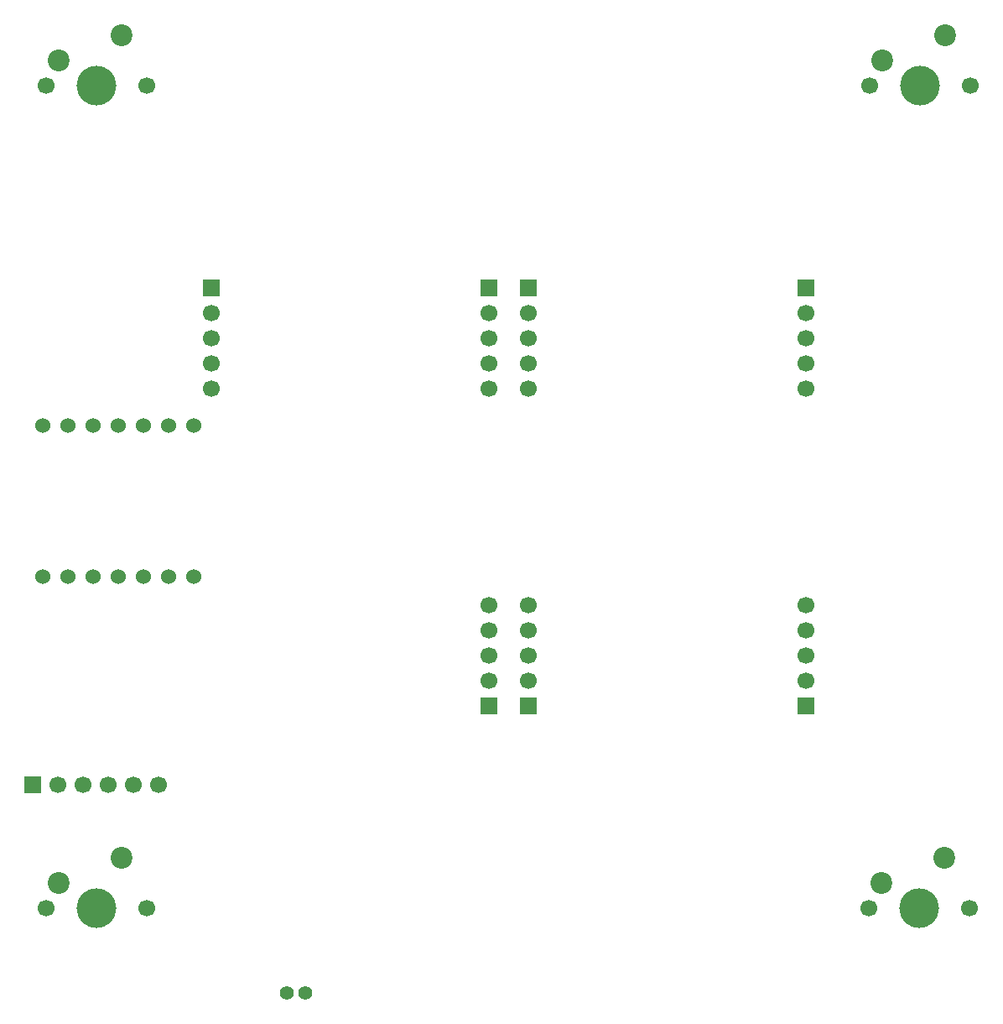
<source format=gbr>
%TF.GenerationSoftware,KiCad,Pcbnew,9.0.4*%
%TF.CreationDate,2025-08-31T14:54:27-04:00*%
%TF.ProjectId,wordclock,776f7264-636c-46f6-936b-2e6b69636164,rev?*%
%TF.SameCoordinates,Original*%
%TF.FileFunction,Soldermask,Top*%
%TF.FilePolarity,Negative*%
%FSLAX46Y46*%
G04 Gerber Fmt 4.6, Leading zero omitted, Abs format (unit mm)*
G04 Created by KiCad (PCBNEW 9.0.4) date 2025-08-31 14:54:27*
%MOMM*%
%LPD*%
G01*
G04 APERTURE LIST*
%ADD10R,1.700000X1.700000*%
%ADD11C,1.700000*%
%ADD12C,4.000000*%
%ADD13C,2.200000*%
%ADD14C,1.400000*%
%ADD15C,1.524000*%
G04 APERTURE END LIST*
D10*
%TO.C,J4*%
X170500000Y-73960000D03*
D11*
X170500000Y-76500000D03*
X170500000Y-79040000D03*
X170500000Y-81580000D03*
X170500000Y-84120000D03*
%TD*%
D10*
%TO.C,J5*%
X142500000Y-116160000D03*
D11*
X142500000Y-113620000D03*
X142500000Y-111080000D03*
X142500000Y-108540000D03*
X142500000Y-106000000D03*
%TD*%
D10*
%TO.C,J6*%
X142500000Y-73960000D03*
D11*
X142500000Y-76500000D03*
X142500000Y-79040000D03*
X142500000Y-81580000D03*
X142500000Y-84120000D03*
%TD*%
%TO.C,SW3*%
X176840000Y-136580000D03*
D12*
X181920000Y-136580000D03*
D11*
X187000000Y-136580000D03*
D13*
X184460000Y-131500000D03*
X178110000Y-134040000D03*
%TD*%
D10*
%TO.C,J1*%
X110500000Y-73960000D03*
D11*
X110500000Y-76500000D03*
X110500000Y-79040000D03*
X110500000Y-81580000D03*
X110500000Y-84120000D03*
%TD*%
D10*
%TO.C,J8*%
X138500000Y-116160000D03*
D11*
X138500000Y-113620000D03*
X138500000Y-111080000D03*
X138500000Y-108540000D03*
X138500000Y-106000000D03*
%TD*%
%TO.C,SW4*%
X93840000Y-136580000D03*
D12*
X98920000Y-136580000D03*
D11*
X104000000Y-136580000D03*
D13*
X101460000Y-131500000D03*
X95110000Y-134040000D03*
%TD*%
D14*
%TO.C,R1*%
X118100000Y-145080000D03*
X120000000Y-145080000D03*
%TD*%
D10*
%TO.C,J3*%
X138500000Y-73960000D03*
D11*
X138500000Y-76500000D03*
X138500000Y-79040000D03*
X138500000Y-81580000D03*
X138500000Y-84120000D03*
%TD*%
D10*
%TO.C,J7*%
X170500000Y-116160000D03*
D11*
X170500000Y-113620000D03*
X170500000Y-111080000D03*
X170500000Y-108540000D03*
X170500000Y-106000000D03*
%TD*%
%TO.C,SW2*%
X177000000Y-53580000D03*
D12*
X182080000Y-53580000D03*
D11*
X187160000Y-53580000D03*
D13*
X184620000Y-48500000D03*
X178270000Y-51040000D03*
%TD*%
D11*
%TO.C,SW1*%
X93840000Y-53580000D03*
D12*
X98920000Y-53580000D03*
D11*
X104000000Y-53580000D03*
D13*
X101460000Y-48500000D03*
X95110000Y-51040000D03*
%TD*%
D10*
%TO.C,J2*%
X92420000Y-124080000D03*
D11*
X94960000Y-124080000D03*
X97500000Y-124080000D03*
X100040000Y-124080000D03*
X102580000Y-124080000D03*
X105120000Y-124080000D03*
%TD*%
D15*
%TO.C,U1*%
X93500000Y-87840000D03*
X96040000Y-87840000D03*
X98580000Y-87840000D03*
X101120000Y-87840000D03*
X103660000Y-87840000D03*
X106200000Y-87840000D03*
X108740000Y-87840000D03*
X108740000Y-103080000D03*
X106200000Y-103080000D03*
X103660000Y-103080000D03*
X101120000Y-103080000D03*
X98580000Y-103080000D03*
X96040000Y-103080000D03*
X93500000Y-103080000D03*
%TD*%
M02*

</source>
